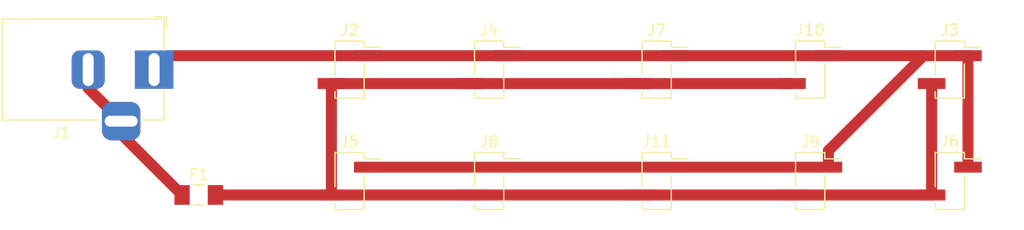
<source format=kicad_pcb>
(kicad_pcb (version 20171130) (host pcbnew 5.0.0-rc2-be01b52~65~ubuntu18.04.1)

  (general
    (thickness 1.6)
    (drawings 0)
    (tracks 32)
    (zones 0)
    (modules 12)
    (nets 4)
  )

  (page A4)
  (layers
    (0 F.Cu signal)
    (31 B.Cu signal)
    (32 B.Adhes user)
    (33 F.Adhes user)
    (34 B.Paste user)
    (35 F.Paste user)
    (36 B.SilkS user)
    (37 F.SilkS user)
    (38 B.Mask user)
    (39 F.Mask user)
    (40 Dwgs.User user)
    (41 Cmts.User user)
    (42 Eco1.User user)
    (43 Eco2.User user)
    (44 Edge.Cuts user)
    (45 Margin user)
    (46 B.CrtYd user)
    (47 F.CrtYd user)
    (48 B.Fab user)
    (49 F.Fab user)
  )

  (setup
    (last_trace_width 1)
    (trace_clearance 0.2)
    (zone_clearance 0.508)
    (zone_45_only no)
    (trace_min 0.2)
    (segment_width 0.2)
    (edge_width 0.15)
    (via_size 0.8)
    (via_drill 0.4)
    (via_min_size 0.4)
    (via_min_drill 0.3)
    (uvia_size 0.3)
    (uvia_drill 0.1)
    (uvias_allowed no)
    (uvia_min_size 0.2)
    (uvia_min_drill 0.1)
    (pcb_text_width 0.3)
    (pcb_text_size 1.5 1.5)
    (mod_edge_width 0.15)
    (mod_text_size 1 1)
    (mod_text_width 0.15)
    (pad_size 1.524 1.524)
    (pad_drill 0.762)
    (pad_to_mask_clearance 0.2)
    (aux_axis_origin 0 0)
    (visible_elements FFFFFF7F)
    (pcbplotparams
      (layerselection 0x010fc_ffffffff)
      (usegerberextensions false)
      (usegerberattributes false)
      (usegerberadvancedattributes false)
      (creategerberjobfile false)
      (excludeedgelayer true)
      (linewidth 0.100000)
      (plotframeref false)
      (viasonmask false)
      (mode 1)
      (useauxorigin false)
      (hpglpennumber 1)
      (hpglpenspeed 20)
      (hpglpendiameter 15)
      (psnegative false)
      (psa4output false)
      (plotreference true)
      (plotvalue true)
      (plotinvisibletext false)
      (padsonsilk false)
      (subtractmaskfromsilk false)
      (outputformat 1)
      (mirror false)
      (drillshape 1)
      (scaleselection 1)
      (outputdirectory ""))
  )

  (net 0 "")
  (net 1 "Net-(F1-Pad1)")
  (net 2 "Net-(F1-Pad2)")
  (net 3 "Net-(J1-Pad1)")

  (net_class Default "This is the default net class."
    (clearance 0.2)
    (trace_width 1)
    (via_dia 0.8)
    (via_drill 0.4)
    (uvia_dia 0.3)
    (uvia_drill 0.1)
    (add_net "Net-(F1-Pad1)")
    (add_net "Net-(F1-Pad2)")
    (add_net "Net-(J1-Pad1)")
  )

  (module Connector_BarrelJack:BarrelJack_Horizontal (layer F.Cu) (tedit 5A1DBF6A) (tstamp 5B26BE36)
    (at 27.94 60.96)
    (descr "DC Barrel Jack")
    (tags "Power Jack")
    (path /5B23E6DC)
    (fp_text reference J1 (at -8.45 5.75) (layer F.SilkS)
      (effects (font (size 1 1) (thickness 0.15)))
    )
    (fp_text value Barrel_Jack (at -6.2 -5.5) (layer F.Fab)
      (effects (font (size 1 1) (thickness 0.15)))
    )
    (fp_text user %R (at -3 -2.95) (layer F.Fab)
      (effects (font (size 1 1) (thickness 0.15)))
    )
    (fp_line (start -0.003213 -4.505425) (end 0.8 -3.75) (layer F.Fab) (width 0.1))
    (fp_line (start 1.1 -3.75) (end 1.1 -4.8) (layer F.SilkS) (width 0.12))
    (fp_line (start 0.05 -4.8) (end 1.1 -4.8) (layer F.SilkS) (width 0.12))
    (fp_line (start 1 -4.5) (end 1 -4.75) (layer F.CrtYd) (width 0.05))
    (fp_line (start 1 -4.75) (end -14 -4.75) (layer F.CrtYd) (width 0.05))
    (fp_line (start 1 -4.5) (end 1 -2) (layer F.CrtYd) (width 0.05))
    (fp_line (start 1 -2) (end 2 -2) (layer F.CrtYd) (width 0.05))
    (fp_line (start 2 -2) (end 2 2) (layer F.CrtYd) (width 0.05))
    (fp_line (start 2 2) (end 1 2) (layer F.CrtYd) (width 0.05))
    (fp_line (start 1 2) (end 1 4.75) (layer F.CrtYd) (width 0.05))
    (fp_line (start 1 4.75) (end -1 4.75) (layer F.CrtYd) (width 0.05))
    (fp_line (start -1 4.75) (end -1 6.75) (layer F.CrtYd) (width 0.05))
    (fp_line (start -1 6.75) (end -5 6.75) (layer F.CrtYd) (width 0.05))
    (fp_line (start -5 6.75) (end -5 4.75) (layer F.CrtYd) (width 0.05))
    (fp_line (start -5 4.75) (end -14 4.75) (layer F.CrtYd) (width 0.05))
    (fp_line (start -14 4.75) (end -14 -4.75) (layer F.CrtYd) (width 0.05))
    (fp_line (start -5 4.6) (end -13.8 4.6) (layer F.SilkS) (width 0.12))
    (fp_line (start -13.8 4.6) (end -13.8 -4.6) (layer F.SilkS) (width 0.12))
    (fp_line (start 0.9 1.9) (end 0.9 4.6) (layer F.SilkS) (width 0.12))
    (fp_line (start 0.9 4.6) (end -1 4.6) (layer F.SilkS) (width 0.12))
    (fp_line (start -13.8 -4.6) (end 0.9 -4.6) (layer F.SilkS) (width 0.12))
    (fp_line (start 0.9 -4.6) (end 0.9 -2) (layer F.SilkS) (width 0.12))
    (fp_line (start -10.2 -4.5) (end -10.2 4.5) (layer F.Fab) (width 0.1))
    (fp_line (start -13.7 -4.5) (end -13.7 4.5) (layer F.Fab) (width 0.1))
    (fp_line (start -13.7 4.5) (end 0.8 4.5) (layer F.Fab) (width 0.1))
    (fp_line (start 0.8 4.5) (end 0.8 -3.75) (layer F.Fab) (width 0.1))
    (fp_line (start 0 -4.5) (end -13.7 -4.5) (layer F.Fab) (width 0.1))
    (pad 1 thru_hole rect (at 0 0) (size 3.5 3.5) (drill oval 1 3) (layers *.Cu *.Mask)
      (net 3 "Net-(J1-Pad1)"))
    (pad 2 thru_hole roundrect (at -6 0) (size 3 3.5) (drill oval 1 3) (layers *.Cu *.Mask) (roundrect_rratio 0.25)
      (net 1 "Net-(F1-Pad1)"))
    (pad 3 thru_hole roundrect (at -3 4.7) (size 3.5 3.5) (drill oval 3 1) (layers *.Cu *.Mask) (roundrect_rratio 0.25)
      (net 1 "Net-(F1-Pad1)"))
    (model ${KISYS3DMOD}/Connector_BarrelJack.3dshapes/BarrelJack_Horizontal.wrl
      (at (xyz 0 0 0))
      (scale (xyz 1 1 1))
      (rotate (xyz 0 0 0))
    )
  )

  (module Fuse:Fuse_1206_3216Metric_Pad1.39x1.80mm_HandSolder (layer F.Cu) (tedit 5AC5DB75) (tstamp 5B24CF43)
    (at 31.9975 72.39)
    (descr "Fuse SMD 1206 (3216 Metric), square (rectangular) end terminal, IPC_7351 nominal with elongated pad for handsoldering. (Body size source: http://www.tortai-tech.com/upload/download/2011102023233369053.pdf), generated with kicad-footprint-generator")
    (tags "resistor handsolder")
    (path /5B241AD3)
    (attr smd)
    (fp_text reference F1 (at 0 -1.85) (layer F.SilkS)
      (effects (font (size 1 1) (thickness 0.15)))
    )
    (fp_text value Fuse_Small (at 0 1.85) (layer F.Fab)
      (effects (font (size 1 1) (thickness 0.15)))
    )
    (fp_line (start -1.6 0.8) (end -1.6 -0.8) (layer F.Fab) (width 0.1))
    (fp_line (start -1.6 -0.8) (end 1.6 -0.8) (layer F.Fab) (width 0.1))
    (fp_line (start 1.6 -0.8) (end 1.6 0.8) (layer F.Fab) (width 0.1))
    (fp_line (start 1.6 0.8) (end -1.6 0.8) (layer F.Fab) (width 0.1))
    (fp_line (start -0.5 -0.91) (end 0.5 -0.91) (layer F.SilkS) (width 0.12))
    (fp_line (start -0.5 0.91) (end 0.5 0.91) (layer F.SilkS) (width 0.12))
    (fp_line (start -2.46 1.15) (end -2.46 -1.15) (layer F.CrtYd) (width 0.05))
    (fp_line (start -2.46 -1.15) (end 2.46 -1.15) (layer F.CrtYd) (width 0.05))
    (fp_line (start 2.46 -1.15) (end 2.46 1.15) (layer F.CrtYd) (width 0.05))
    (fp_line (start 2.46 1.15) (end -2.46 1.15) (layer F.CrtYd) (width 0.05))
    (fp_text user %R (at 0 0) (layer F.Fab)
      (effects (font (size 0.8 0.8) (thickness 0.12)))
    )
    (pad 1 smd rect (at -1.5175 0) (size 1.395 1.8) (layers F.Cu F.Paste F.Mask)
      (net 1 "Net-(F1-Pad1)"))
    (pad 2 smd rect (at 1.5175 0) (size 1.395 1.8) (layers F.Cu F.Paste F.Mask)
      (net 2 "Net-(F1-Pad2)"))
    (model ${KISYS3DMOD}/Fuse.3dshapes/Fuse_1206_3216Metric.wrl
      (at (xyz 0 0 0))
      (scale (xyz 1 1 1))
      (rotate (xyz 0 0 0))
    )
  )

  (module Connector_PinHeader_2.54mm:PinHeader_1x02_P2.54mm_Vertical_SMD_Pin1Right (layer F.Cu) (tedit 59FED5CC) (tstamp 5B24CF60)
    (at 45.72 60.96)
    (descr "surface-mounted straight pin header, 1x02, 2.54mm pitch, single row, style 2 (pin 1 right)")
    (tags "Surface mounted pin header SMD 1x02 2.54mm single row style2 pin1 right")
    (path /5B23EC21)
    (attr smd)
    (fp_text reference J2 (at 0 -3.6) (layer F.SilkS)
      (effects (font (size 1 1) (thickness 0.15)))
    )
    (fp_text value Conn_01x02_Male (at 0 3.6) (layer F.Fab)
      (effects (font (size 1 1) (thickness 0.15)))
    )
    (fp_line (start 1.27 2.54) (end -1.27 2.54) (layer F.Fab) (width 0.1))
    (fp_line (start -1.27 -2.54) (end 0.32 -2.54) (layer F.Fab) (width 0.1))
    (fp_line (start 1.27 2.54) (end 1.27 -1.59) (layer F.Fab) (width 0.1))
    (fp_line (start 1.27 -1.59) (end 0.32 -2.54) (layer F.Fab) (width 0.1))
    (fp_line (start -1.27 -2.54) (end -1.27 2.54) (layer F.Fab) (width 0.1))
    (fp_line (start -1.27 0.95) (end -2.54 0.95) (layer F.Fab) (width 0.1))
    (fp_line (start -2.54 0.95) (end -2.54 1.59) (layer F.Fab) (width 0.1))
    (fp_line (start -2.54 1.59) (end -1.27 1.59) (layer F.Fab) (width 0.1))
    (fp_line (start 1.27 -1.59) (end 2.54 -1.59) (layer F.Fab) (width 0.1))
    (fp_line (start 2.54 -1.59) (end 2.54 -0.95) (layer F.Fab) (width 0.1))
    (fp_line (start 2.54 -0.95) (end 1.27 -0.95) (layer F.Fab) (width 0.1))
    (fp_line (start -1.33 -2.6) (end 1.33 -2.6) (layer F.SilkS) (width 0.12))
    (fp_line (start -1.33 2.6) (end 1.33 2.6) (layer F.SilkS) (width 0.12))
    (fp_line (start 1.33 -0.51) (end 1.33 2.6) (layer F.SilkS) (width 0.12))
    (fp_line (start -1.33 -2.6) (end -1.33 0.51) (layer F.SilkS) (width 0.12))
    (fp_line (start 1.33 -2.03) (end 2.85 -2.03) (layer F.SilkS) (width 0.12))
    (fp_line (start 1.33 -2.6) (end 1.33 -2.03) (layer F.SilkS) (width 0.12))
    (fp_line (start -1.33 2.03) (end -1.33 2.6) (layer F.SilkS) (width 0.12))
    (fp_line (start -3.45 -3.05) (end -3.45 3.05) (layer F.CrtYd) (width 0.05))
    (fp_line (start -3.45 3.05) (end 3.45 3.05) (layer F.CrtYd) (width 0.05))
    (fp_line (start 3.45 3.05) (end 3.45 -3.05) (layer F.CrtYd) (width 0.05))
    (fp_line (start 3.45 -3.05) (end -3.45 -3.05) (layer F.CrtYd) (width 0.05))
    (fp_text user %R (at 0 0 90) (layer F.Fab)
      (effects (font (size 1 1) (thickness 0.15)))
    )
    (pad 2 smd rect (at -1.655 1.27) (size 2.51 1) (layers F.Cu F.Paste F.Mask)
      (net 2 "Net-(F1-Pad2)"))
    (pad 1 smd rect (at 1.655 -1.27) (size 2.51 1) (layers F.Cu F.Paste F.Mask)
      (net 3 "Net-(J1-Pad1)"))
    (model ${KISYS3DMOD}/Connector_PinHeader_2.54mm.3dshapes/PinHeader_1x02_P2.54mm_Vertical_SMD_Pin1Right.wrl
      (at (xyz 0 0 0))
      (scale (xyz 1 1 1))
      (rotate (xyz 0 0 0))
    )
  )

  (module Connector_PinHeader_2.54mm:PinHeader_1x02_P2.54mm_Vertical_SMD_Pin1Right (layer F.Cu) (tedit 59FED5CC) (tstamp 5B26C170)
    (at 100.33 60.96)
    (descr "surface-mounted straight pin header, 1x02, 2.54mm pitch, single row, style 2 (pin 1 right)")
    (tags "Surface mounted pin header SMD 1x02 2.54mm single row style2 pin1 right")
    (path /5B23ECC3)
    (attr smd)
    (fp_text reference J3 (at 0 -3.6) (layer F.SilkS)
      (effects (font (size 1 1) (thickness 0.15)))
    )
    (fp_text value Conn_01x02_Male (at 0 3.6) (layer F.Fab)
      (effects (font (size 1 1) (thickness 0.15)))
    )
    (fp_text user %R (at 0 0 90) (layer F.Fab)
      (effects (font (size 1 1) (thickness 0.15)))
    )
    (fp_line (start 3.45 -3.05) (end -3.45 -3.05) (layer F.CrtYd) (width 0.05))
    (fp_line (start 3.45 3.05) (end 3.45 -3.05) (layer F.CrtYd) (width 0.05))
    (fp_line (start -3.45 3.05) (end 3.45 3.05) (layer F.CrtYd) (width 0.05))
    (fp_line (start -3.45 -3.05) (end -3.45 3.05) (layer F.CrtYd) (width 0.05))
    (fp_line (start -1.33 2.03) (end -1.33 2.6) (layer F.SilkS) (width 0.12))
    (fp_line (start 1.33 -2.6) (end 1.33 -2.03) (layer F.SilkS) (width 0.12))
    (fp_line (start 1.33 -2.03) (end 2.85 -2.03) (layer F.SilkS) (width 0.12))
    (fp_line (start -1.33 -2.6) (end -1.33 0.51) (layer F.SilkS) (width 0.12))
    (fp_line (start 1.33 -0.51) (end 1.33 2.6) (layer F.SilkS) (width 0.12))
    (fp_line (start -1.33 2.6) (end 1.33 2.6) (layer F.SilkS) (width 0.12))
    (fp_line (start -1.33 -2.6) (end 1.33 -2.6) (layer F.SilkS) (width 0.12))
    (fp_line (start 2.54 -0.95) (end 1.27 -0.95) (layer F.Fab) (width 0.1))
    (fp_line (start 2.54 -1.59) (end 2.54 -0.95) (layer F.Fab) (width 0.1))
    (fp_line (start 1.27 -1.59) (end 2.54 -1.59) (layer F.Fab) (width 0.1))
    (fp_line (start -2.54 1.59) (end -1.27 1.59) (layer F.Fab) (width 0.1))
    (fp_line (start -2.54 0.95) (end -2.54 1.59) (layer F.Fab) (width 0.1))
    (fp_line (start -1.27 0.95) (end -2.54 0.95) (layer F.Fab) (width 0.1))
    (fp_line (start -1.27 -2.54) (end -1.27 2.54) (layer F.Fab) (width 0.1))
    (fp_line (start 1.27 -1.59) (end 0.32 -2.54) (layer F.Fab) (width 0.1))
    (fp_line (start 1.27 2.54) (end 1.27 -1.59) (layer F.Fab) (width 0.1))
    (fp_line (start -1.27 -2.54) (end 0.32 -2.54) (layer F.Fab) (width 0.1))
    (fp_line (start 1.27 2.54) (end -1.27 2.54) (layer F.Fab) (width 0.1))
    (pad 1 smd rect (at 1.655 -1.27) (size 2.51 1) (layers F.Cu F.Paste F.Mask)
      (net 3 "Net-(J1-Pad1)"))
    (pad 2 smd rect (at -1.655 1.27) (size 2.51 1) (layers F.Cu F.Paste F.Mask)
      (net 2 "Net-(F1-Pad2)"))
    (model ${KISYS3DMOD}/Connector_PinHeader_2.54mm.3dshapes/PinHeader_1x02_P2.54mm_Vertical_SMD_Pin1Right.wrl
      (at (xyz 0 0 0))
      (scale (xyz 1 1 1))
      (rotate (xyz 0 0 0))
    )
  )

  (module Connector_PinHeader_2.54mm:PinHeader_1x02_P2.54mm_Vertical_SMD_Pin1Right (layer F.Cu) (tedit 59FED5CC) (tstamp 5B24CF9A)
    (at 58.42 60.96)
    (descr "surface-mounted straight pin header, 1x02, 2.54mm pitch, single row, style 2 (pin 1 right)")
    (tags "Surface mounted pin header SMD 1x02 2.54mm single row style2 pin1 right")
    (path /5B23ECDE)
    (attr smd)
    (fp_text reference J4 (at 0 -3.6) (layer F.SilkS)
      (effects (font (size 1 1) (thickness 0.15)))
    )
    (fp_text value Conn_01x02_Male (at 0 3.6) (layer F.Fab)
      (effects (font (size 1 1) (thickness 0.15)))
    )
    (fp_line (start 1.27 2.54) (end -1.27 2.54) (layer F.Fab) (width 0.1))
    (fp_line (start -1.27 -2.54) (end 0.32 -2.54) (layer F.Fab) (width 0.1))
    (fp_line (start 1.27 2.54) (end 1.27 -1.59) (layer F.Fab) (width 0.1))
    (fp_line (start 1.27 -1.59) (end 0.32 -2.54) (layer F.Fab) (width 0.1))
    (fp_line (start -1.27 -2.54) (end -1.27 2.54) (layer F.Fab) (width 0.1))
    (fp_line (start -1.27 0.95) (end -2.54 0.95) (layer F.Fab) (width 0.1))
    (fp_line (start -2.54 0.95) (end -2.54 1.59) (layer F.Fab) (width 0.1))
    (fp_line (start -2.54 1.59) (end -1.27 1.59) (layer F.Fab) (width 0.1))
    (fp_line (start 1.27 -1.59) (end 2.54 -1.59) (layer F.Fab) (width 0.1))
    (fp_line (start 2.54 -1.59) (end 2.54 -0.95) (layer F.Fab) (width 0.1))
    (fp_line (start 2.54 -0.95) (end 1.27 -0.95) (layer F.Fab) (width 0.1))
    (fp_line (start -1.33 -2.6) (end 1.33 -2.6) (layer F.SilkS) (width 0.12))
    (fp_line (start -1.33 2.6) (end 1.33 2.6) (layer F.SilkS) (width 0.12))
    (fp_line (start 1.33 -0.51) (end 1.33 2.6) (layer F.SilkS) (width 0.12))
    (fp_line (start -1.33 -2.6) (end -1.33 0.51) (layer F.SilkS) (width 0.12))
    (fp_line (start 1.33 -2.03) (end 2.85 -2.03) (layer F.SilkS) (width 0.12))
    (fp_line (start 1.33 -2.6) (end 1.33 -2.03) (layer F.SilkS) (width 0.12))
    (fp_line (start -1.33 2.03) (end -1.33 2.6) (layer F.SilkS) (width 0.12))
    (fp_line (start -3.45 -3.05) (end -3.45 3.05) (layer F.CrtYd) (width 0.05))
    (fp_line (start -3.45 3.05) (end 3.45 3.05) (layer F.CrtYd) (width 0.05))
    (fp_line (start 3.45 3.05) (end 3.45 -3.05) (layer F.CrtYd) (width 0.05))
    (fp_line (start 3.45 -3.05) (end -3.45 -3.05) (layer F.CrtYd) (width 0.05))
    (fp_text user %R (at 0 0 90) (layer F.Fab)
      (effects (font (size 1 1) (thickness 0.15)))
    )
    (pad 2 smd rect (at -1.655 1.27) (size 2.51 1) (layers F.Cu F.Paste F.Mask)
      (net 2 "Net-(F1-Pad2)"))
    (pad 1 smd rect (at 1.655 -1.27) (size 2.51 1) (layers F.Cu F.Paste F.Mask)
      (net 3 "Net-(J1-Pad1)"))
    (model ${KISYS3DMOD}/Connector_PinHeader_2.54mm.3dshapes/PinHeader_1x02_P2.54mm_Vertical_SMD_Pin1Right.wrl
      (at (xyz 0 0 0))
      (scale (xyz 1 1 1))
      (rotate (xyz 0 0 0))
    )
  )

  (module Connector_PinHeader_2.54mm:PinHeader_1x02_P2.54mm_Vertical_SMD_Pin1Right (layer F.Cu) (tedit 59FED5CC) (tstamp 5B24CFB7)
    (at 45.72 71.12)
    (descr "surface-mounted straight pin header, 1x02, 2.54mm pitch, single row, style 2 (pin 1 right)")
    (tags "Surface mounted pin header SMD 1x02 2.54mm single row style2 pin1 right")
    (path /5B23ED5B)
    (attr smd)
    (fp_text reference J5 (at 0 -3.6) (layer F.SilkS)
      (effects (font (size 1 1) (thickness 0.15)))
    )
    (fp_text value Conn_01x02_Male (at 0 3.6) (layer F.Fab)
      (effects (font (size 1 1) (thickness 0.15)))
    )
    (fp_text user %R (at 1.972143 1.0725 90) (layer F.Fab)
      (effects (font (size 1 1) (thickness 0.15)))
    )
    (fp_line (start 3.45 -3.05) (end -3.45 -3.05) (layer F.CrtYd) (width 0.05))
    (fp_line (start 3.45 3.05) (end 3.45 -3.05) (layer F.CrtYd) (width 0.05))
    (fp_line (start -3.45 3.05) (end 3.45 3.05) (layer F.CrtYd) (width 0.05))
    (fp_line (start -3.45 -3.05) (end -3.45 3.05) (layer F.CrtYd) (width 0.05))
    (fp_line (start -1.33 2.03) (end -1.33 2.6) (layer F.SilkS) (width 0.12))
    (fp_line (start 1.33 -2.6) (end 1.33 -2.03) (layer F.SilkS) (width 0.12))
    (fp_line (start 1.33 -2.03) (end 2.85 -2.03) (layer F.SilkS) (width 0.12))
    (fp_line (start -1.33 -2.6) (end -1.33 0.51) (layer F.SilkS) (width 0.12))
    (fp_line (start 1.33 -0.51) (end 1.33 2.6) (layer F.SilkS) (width 0.12))
    (fp_line (start -1.33 2.6) (end 1.33 2.6) (layer F.SilkS) (width 0.12))
    (fp_line (start -1.33 -2.6) (end 1.33 -2.6) (layer F.SilkS) (width 0.12))
    (fp_line (start 2.54 -0.95) (end 1.27 -0.95) (layer F.Fab) (width 0.1))
    (fp_line (start 2.54 -1.59) (end 2.54 -0.95) (layer F.Fab) (width 0.1))
    (fp_line (start 1.27 -1.59) (end 2.54 -1.59) (layer F.Fab) (width 0.1))
    (fp_line (start -2.54 1.59) (end -1.27 1.59) (layer F.Fab) (width 0.1))
    (fp_line (start -2.54 0.95) (end -2.54 1.59) (layer F.Fab) (width 0.1))
    (fp_line (start -1.27 0.95) (end -2.54 0.95) (layer F.Fab) (width 0.1))
    (fp_line (start -1.27 -2.54) (end -1.27 2.54) (layer F.Fab) (width 0.1))
    (fp_line (start 1.27 -1.59) (end 0.32 -2.54) (layer F.Fab) (width 0.1))
    (fp_line (start 1.27 2.54) (end 1.27 -1.59) (layer F.Fab) (width 0.1))
    (fp_line (start -1.27 -2.54) (end 0.32 -2.54) (layer F.Fab) (width 0.1))
    (fp_line (start 1.27 2.54) (end -1.27 2.54) (layer F.Fab) (width 0.1))
    (pad 1 smd rect (at 1.655 -1.27) (size 2.51 1) (layers F.Cu F.Paste F.Mask)
      (net 3 "Net-(J1-Pad1)"))
    (pad 2 smd rect (at -1.655 1.27) (size 2.51 1) (layers F.Cu F.Paste F.Mask)
      (net 2 "Net-(F1-Pad2)"))
    (model ${KISYS3DMOD}/Connector_PinHeader_2.54mm.3dshapes/PinHeader_1x02_P2.54mm_Vertical_SMD_Pin1Right.wrl
      (at (xyz 0 0 0))
      (scale (xyz 1 1 1))
      (rotate (xyz 0 0 0))
    )
  )

  (module Connector_PinHeader_2.54mm:PinHeader_1x02_P2.54mm_Vertical_SMD_Pin1Right (layer F.Cu) (tedit 59FED5CC) (tstamp 5B24CFD4)
    (at 100.33 71.12)
    (descr "surface-mounted straight pin header, 1x02, 2.54mm pitch, single row, style 2 (pin 1 right)")
    (tags "Surface mounted pin header SMD 1x02 2.54mm single row style2 pin1 right")
    (path /5B23ED7A)
    (attr smd)
    (fp_text reference J6 (at 0 -3.6) (layer F.SilkS)
      (effects (font (size 1 1) (thickness 0.15)))
    )
    (fp_text value Conn_01x02_Male (at 0 3.6) (layer F.Fab)
      (effects (font (size 1 1) (thickness 0.15)))
    )
    (fp_line (start 1.27 2.54) (end -1.27 2.54) (layer F.Fab) (width 0.1))
    (fp_line (start -1.27 -2.54) (end 0.32 -2.54) (layer F.Fab) (width 0.1))
    (fp_line (start 1.27 2.54) (end 1.27 -1.59) (layer F.Fab) (width 0.1))
    (fp_line (start 1.27 -1.59) (end 0.32 -2.54) (layer F.Fab) (width 0.1))
    (fp_line (start -1.27 -2.54) (end -1.27 2.54) (layer F.Fab) (width 0.1))
    (fp_line (start -1.27 0.95) (end -2.54 0.95) (layer F.Fab) (width 0.1))
    (fp_line (start -2.54 0.95) (end -2.54 1.59) (layer F.Fab) (width 0.1))
    (fp_line (start -2.54 1.59) (end -1.27 1.59) (layer F.Fab) (width 0.1))
    (fp_line (start 1.27 -1.59) (end 2.54 -1.59) (layer F.Fab) (width 0.1))
    (fp_line (start 2.54 -1.59) (end 2.54 -0.95) (layer F.Fab) (width 0.1))
    (fp_line (start 2.54 -0.95) (end 1.27 -0.95) (layer F.Fab) (width 0.1))
    (fp_line (start -1.33 -2.6) (end 1.33 -2.6) (layer F.SilkS) (width 0.12))
    (fp_line (start -1.33 2.6) (end 1.33 2.6) (layer F.SilkS) (width 0.12))
    (fp_line (start 1.33 -0.51) (end 1.33 2.6) (layer F.SilkS) (width 0.12))
    (fp_line (start -1.33 -2.6) (end -1.33 0.51) (layer F.SilkS) (width 0.12))
    (fp_line (start 1.33 -2.03) (end 2.85 -2.03) (layer F.SilkS) (width 0.12))
    (fp_line (start 1.33 -2.6) (end 1.33 -2.03) (layer F.SilkS) (width 0.12))
    (fp_line (start -1.33 2.03) (end -1.33 2.6) (layer F.SilkS) (width 0.12))
    (fp_line (start -3.45 -3.05) (end -3.45 3.05) (layer F.CrtYd) (width 0.05))
    (fp_line (start -3.45 3.05) (end 3.45 3.05) (layer F.CrtYd) (width 0.05))
    (fp_line (start 3.45 3.05) (end 3.45 -3.05) (layer F.CrtYd) (width 0.05))
    (fp_line (start 3.45 -3.05) (end -3.45 -3.05) (layer F.CrtYd) (width 0.05))
    (fp_text user %R (at 0 0 90) (layer F.Fab)
      (effects (font (size 1 1) (thickness 0.15)))
    )
    (pad 2 smd rect (at -1.655 1.27) (size 2.51 1) (layers F.Cu F.Paste F.Mask)
      (net 2 "Net-(F1-Pad2)"))
    (pad 1 smd rect (at 1.655 -1.27) (size 2.51 1) (layers F.Cu F.Paste F.Mask)
      (net 3 "Net-(J1-Pad1)"))
    (model ${KISYS3DMOD}/Connector_PinHeader_2.54mm.3dshapes/PinHeader_1x02_P2.54mm_Vertical_SMD_Pin1Right.wrl
      (at (xyz 0 0 0))
      (scale (xyz 1 1 1))
      (rotate (xyz 0 0 0))
    )
  )

  (module Connector_PinHeader_2.54mm:PinHeader_1x02_P2.54mm_Vertical_SMD_Pin1Right (layer F.Cu) (tedit 59FED5CC) (tstamp 5B24CFF1)
    (at 73.66 60.96)
    (descr "surface-mounted straight pin header, 1x02, 2.54mm pitch, single row, style 2 (pin 1 right)")
    (tags "Surface mounted pin header SMD 1x02 2.54mm single row style2 pin1 right")
    (path /5B23ED95)
    (attr smd)
    (fp_text reference J7 (at 0 -3.6) (layer F.SilkS)
      (effects (font (size 1 1) (thickness 0.15)))
    )
    (fp_text value Conn_01x02_Male (at 0 3.6) (layer F.Fab)
      (effects (font (size 1 1) (thickness 0.15)))
    )
    (fp_text user %R (at 0 0 90) (layer F.Fab)
      (effects (font (size 1 1) (thickness 0.15)))
    )
    (fp_line (start 3.45 -3.05) (end -3.45 -3.05) (layer F.CrtYd) (width 0.05))
    (fp_line (start 3.45 3.05) (end 3.45 -3.05) (layer F.CrtYd) (width 0.05))
    (fp_line (start -3.45 3.05) (end 3.45 3.05) (layer F.CrtYd) (width 0.05))
    (fp_line (start -3.45 -3.05) (end -3.45 3.05) (layer F.CrtYd) (width 0.05))
    (fp_line (start -1.33 2.03) (end -1.33 2.6) (layer F.SilkS) (width 0.12))
    (fp_line (start 1.33 -2.6) (end 1.33 -2.03) (layer F.SilkS) (width 0.12))
    (fp_line (start 1.33 -2.03) (end 2.85 -2.03) (layer F.SilkS) (width 0.12))
    (fp_line (start -1.33 -2.6) (end -1.33 0.51) (layer F.SilkS) (width 0.12))
    (fp_line (start 1.33 -0.51) (end 1.33 2.6) (layer F.SilkS) (width 0.12))
    (fp_line (start -1.33 2.6) (end 1.33 2.6) (layer F.SilkS) (width 0.12))
    (fp_line (start -1.33 -2.6) (end 1.33 -2.6) (layer F.SilkS) (width 0.12))
    (fp_line (start 2.54 -0.95) (end 1.27 -0.95) (layer F.Fab) (width 0.1))
    (fp_line (start 2.54 -1.59) (end 2.54 -0.95) (layer F.Fab) (width 0.1))
    (fp_line (start 1.27 -1.59) (end 2.54 -1.59) (layer F.Fab) (width 0.1))
    (fp_line (start -2.54 1.59) (end -1.27 1.59) (layer F.Fab) (width 0.1))
    (fp_line (start -2.54 0.95) (end -2.54 1.59) (layer F.Fab) (width 0.1))
    (fp_line (start -1.27 0.95) (end -2.54 0.95) (layer F.Fab) (width 0.1))
    (fp_line (start -1.27 -2.54) (end -1.27 2.54) (layer F.Fab) (width 0.1))
    (fp_line (start 1.27 -1.59) (end 0.32 -2.54) (layer F.Fab) (width 0.1))
    (fp_line (start 1.27 2.54) (end 1.27 -1.59) (layer F.Fab) (width 0.1))
    (fp_line (start -1.27 -2.54) (end 0.32 -2.54) (layer F.Fab) (width 0.1))
    (fp_line (start 1.27 2.54) (end -1.27 2.54) (layer F.Fab) (width 0.1))
    (pad 1 smd rect (at 1.655 -1.27) (size 2.51 1) (layers F.Cu F.Paste F.Mask)
      (net 3 "Net-(J1-Pad1)"))
    (pad 2 smd rect (at -1.655 1.27) (size 2.51 1) (layers F.Cu F.Paste F.Mask)
      (net 2 "Net-(F1-Pad2)"))
    (model ${KISYS3DMOD}/Connector_PinHeader_2.54mm.3dshapes/PinHeader_1x02_P2.54mm_Vertical_SMD_Pin1Right.wrl
      (at (xyz 0 0 0))
      (scale (xyz 1 1 1))
      (rotate (xyz 0 0 0))
    )
  )

  (module Connector_PinHeader_2.54mm:PinHeader_1x02_P2.54mm_Vertical_SMD_Pin1Right (layer F.Cu) (tedit 59FED5CC) (tstamp 5B24D00E)
    (at 58.42 71.12)
    (descr "surface-mounted straight pin header, 1x02, 2.54mm pitch, single row, style 2 (pin 1 right)")
    (tags "Surface mounted pin header SMD 1x02 2.54mm single row style2 pin1 right")
    (path /5B23EE7A)
    (attr smd)
    (fp_text reference J8 (at 0 -3.6) (layer F.SilkS)
      (effects (font (size 1 1) (thickness 0.15)))
    )
    (fp_text value Conn_01x02_Male (at 0 3.6) (layer F.Fab)
      (effects (font (size 1 1) (thickness 0.15)))
    )
    (fp_line (start 1.27 2.54) (end -1.27 2.54) (layer F.Fab) (width 0.1))
    (fp_line (start -1.27 -2.54) (end 0.32 -2.54) (layer F.Fab) (width 0.1))
    (fp_line (start 1.27 2.54) (end 1.27 -1.59) (layer F.Fab) (width 0.1))
    (fp_line (start 1.27 -1.59) (end 0.32 -2.54) (layer F.Fab) (width 0.1))
    (fp_line (start -1.27 -2.54) (end -1.27 2.54) (layer F.Fab) (width 0.1))
    (fp_line (start -1.27 0.95) (end -2.54 0.95) (layer F.Fab) (width 0.1))
    (fp_line (start -2.54 0.95) (end -2.54 1.59) (layer F.Fab) (width 0.1))
    (fp_line (start -2.54 1.59) (end -1.27 1.59) (layer F.Fab) (width 0.1))
    (fp_line (start 1.27 -1.59) (end 2.54 -1.59) (layer F.Fab) (width 0.1))
    (fp_line (start 2.54 -1.59) (end 2.54 -0.95) (layer F.Fab) (width 0.1))
    (fp_line (start 2.54 -0.95) (end 1.27 -0.95) (layer F.Fab) (width 0.1))
    (fp_line (start -1.33 -2.6) (end 1.33 -2.6) (layer F.SilkS) (width 0.12))
    (fp_line (start -1.33 2.6) (end 1.33 2.6) (layer F.SilkS) (width 0.12))
    (fp_line (start 1.33 -0.51) (end 1.33 2.6) (layer F.SilkS) (width 0.12))
    (fp_line (start -1.33 -2.6) (end -1.33 0.51) (layer F.SilkS) (width 0.12))
    (fp_line (start 1.33 -2.03) (end 2.85 -2.03) (layer F.SilkS) (width 0.12))
    (fp_line (start 1.33 -2.6) (end 1.33 -2.03) (layer F.SilkS) (width 0.12))
    (fp_line (start -1.33 2.03) (end -1.33 2.6) (layer F.SilkS) (width 0.12))
    (fp_line (start -3.45 -3.05) (end -3.45 3.05) (layer F.CrtYd) (width 0.05))
    (fp_line (start -3.45 3.05) (end 3.45 3.05) (layer F.CrtYd) (width 0.05))
    (fp_line (start 3.45 3.05) (end 3.45 -3.05) (layer F.CrtYd) (width 0.05))
    (fp_line (start 3.45 -3.05) (end -3.45 -3.05) (layer F.CrtYd) (width 0.05))
    (fp_text user %R (at 0 0 90) (layer F.Fab)
      (effects (font (size 1 1) (thickness 0.15)))
    )
    (pad 2 smd rect (at -1.655 1.27) (size 2.51 1) (layers F.Cu F.Paste F.Mask)
      (net 2 "Net-(F1-Pad2)"))
    (pad 1 smd rect (at 1.655 -1.27) (size 2.51 1) (layers F.Cu F.Paste F.Mask)
      (net 3 "Net-(J1-Pad1)"))
    (model ${KISYS3DMOD}/Connector_PinHeader_2.54mm.3dshapes/PinHeader_1x02_P2.54mm_Vertical_SMD_Pin1Right.wrl
      (at (xyz 0 0 0))
      (scale (xyz 1 1 1))
      (rotate (xyz 0 0 0))
    )
  )

  (module Connector_PinHeader_2.54mm:PinHeader_1x02_P2.54mm_Vertical_SMD_Pin1Right (layer F.Cu) (tedit 59FED5CC) (tstamp 5B24D02B)
    (at 87.63 71.12)
    (descr "surface-mounted straight pin header, 1x02, 2.54mm pitch, single row, style 2 (pin 1 right)")
    (tags "Surface mounted pin header SMD 1x02 2.54mm single row style2 pin1 right")
    (path /5B23EF29)
    (attr smd)
    (fp_text reference J9 (at 0 -3.6) (layer F.SilkS)
      (effects (font (size 1 1) (thickness 0.15)))
    )
    (fp_text value Conn_01x02_Male (at 0 3.6) (layer F.Fab)
      (effects (font (size 1 1) (thickness 0.15)))
    )
    (fp_text user %R (at 0 0 90) (layer F.Fab)
      (effects (font (size 1 1) (thickness 0.15)))
    )
    (fp_line (start 3.45 -3.05) (end -3.45 -3.05) (layer F.CrtYd) (width 0.05))
    (fp_line (start 3.45 3.05) (end 3.45 -3.05) (layer F.CrtYd) (width 0.05))
    (fp_line (start -3.45 3.05) (end 3.45 3.05) (layer F.CrtYd) (width 0.05))
    (fp_line (start -3.45 -3.05) (end -3.45 3.05) (layer F.CrtYd) (width 0.05))
    (fp_line (start -1.33 2.03) (end -1.33 2.6) (layer F.SilkS) (width 0.12))
    (fp_line (start 1.33 -2.6) (end 1.33 -2.03) (layer F.SilkS) (width 0.12))
    (fp_line (start 1.33 -2.03) (end 2.85 -2.03) (layer F.SilkS) (width 0.12))
    (fp_line (start -1.33 -2.6) (end -1.33 0.51) (layer F.SilkS) (width 0.12))
    (fp_line (start 1.33 -0.51) (end 1.33 2.6) (layer F.SilkS) (width 0.12))
    (fp_line (start -1.33 2.6) (end 1.33 2.6) (layer F.SilkS) (width 0.12))
    (fp_line (start -1.33 -2.6) (end 1.33 -2.6) (layer F.SilkS) (width 0.12))
    (fp_line (start 2.54 -0.95) (end 1.27 -0.95) (layer F.Fab) (width 0.1))
    (fp_line (start 2.54 -1.59) (end 2.54 -0.95) (layer F.Fab) (width 0.1))
    (fp_line (start 1.27 -1.59) (end 2.54 -1.59) (layer F.Fab) (width 0.1))
    (fp_line (start -2.54 1.59) (end -1.27 1.59) (layer F.Fab) (width 0.1))
    (fp_line (start -2.54 0.95) (end -2.54 1.59) (layer F.Fab) (width 0.1))
    (fp_line (start -1.27 0.95) (end -2.54 0.95) (layer F.Fab) (width 0.1))
    (fp_line (start -1.27 -2.54) (end -1.27 2.54) (layer F.Fab) (width 0.1))
    (fp_line (start 1.27 -1.59) (end 0.32 -2.54) (layer F.Fab) (width 0.1))
    (fp_line (start 1.27 2.54) (end 1.27 -1.59) (layer F.Fab) (width 0.1))
    (fp_line (start -1.27 -2.54) (end 0.32 -2.54) (layer F.Fab) (width 0.1))
    (fp_line (start 1.27 2.54) (end -1.27 2.54) (layer F.Fab) (width 0.1))
    (pad 1 smd rect (at 1.655 -1.27) (size 2.51 1) (layers F.Cu F.Paste F.Mask)
      (net 3 "Net-(J1-Pad1)"))
    (pad 2 smd rect (at -1.655 1.27) (size 2.51 1) (layers F.Cu F.Paste F.Mask)
      (net 2 "Net-(F1-Pad2)"))
    (model ${KISYS3DMOD}/Connector_PinHeader_2.54mm.3dshapes/PinHeader_1x02_P2.54mm_Vertical_SMD_Pin1Right.wrl
      (at (xyz 0 0 0))
      (scale (xyz 1 1 1))
      (rotate (xyz 0 0 0))
    )
  )

  (module Connector_PinHeader_2.54mm:PinHeader_1x02_P2.54mm_Vertical_SMD_Pin1Right (layer F.Cu) (tedit 59FED5CC) (tstamp 5B24D048)
    (at 87.63 60.96)
    (descr "surface-mounted straight pin header, 1x02, 2.54mm pitch, single row, style 2 (pin 1 right)")
    (tags "Surface mounted pin header SMD 1x02 2.54mm single row style2 pin1 right")
    (path /5B23EF54)
    (attr smd)
    (fp_text reference J10 (at 0 -3.6) (layer F.SilkS)
      (effects (font (size 1 1) (thickness 0.15)))
    )
    (fp_text value Conn_01x02_Male (at 0 3.6) (layer F.Fab)
      (effects (font (size 1 1) (thickness 0.15)))
    )
    (fp_line (start 1.27 2.54) (end -1.27 2.54) (layer F.Fab) (width 0.1))
    (fp_line (start -1.27 -2.54) (end 0.32 -2.54) (layer F.Fab) (width 0.1))
    (fp_line (start 1.27 2.54) (end 1.27 -1.59) (layer F.Fab) (width 0.1))
    (fp_line (start 1.27 -1.59) (end 0.32 -2.54) (layer F.Fab) (width 0.1))
    (fp_line (start -1.27 -2.54) (end -1.27 2.54) (layer F.Fab) (width 0.1))
    (fp_line (start -1.27 0.95) (end -2.54 0.95) (layer F.Fab) (width 0.1))
    (fp_line (start -2.54 0.95) (end -2.54 1.59) (layer F.Fab) (width 0.1))
    (fp_line (start -2.54 1.59) (end -1.27 1.59) (layer F.Fab) (width 0.1))
    (fp_line (start 1.27 -1.59) (end 2.54 -1.59) (layer F.Fab) (width 0.1))
    (fp_line (start 2.54 -1.59) (end 2.54 -0.95) (layer F.Fab) (width 0.1))
    (fp_line (start 2.54 -0.95) (end 1.27 -0.95) (layer F.Fab) (width 0.1))
    (fp_line (start -1.33 -2.6) (end 1.33 -2.6) (layer F.SilkS) (width 0.12))
    (fp_line (start -1.33 2.6) (end 1.33 2.6) (layer F.SilkS) (width 0.12))
    (fp_line (start 1.33 -0.51) (end 1.33 2.6) (layer F.SilkS) (width 0.12))
    (fp_line (start -1.33 -2.6) (end -1.33 0.51) (layer F.SilkS) (width 0.12))
    (fp_line (start 1.33 -2.03) (end 2.85 -2.03) (layer F.SilkS) (width 0.12))
    (fp_line (start 1.33 -2.6) (end 1.33 -2.03) (layer F.SilkS) (width 0.12))
    (fp_line (start -1.33 2.03) (end -1.33 2.6) (layer F.SilkS) (width 0.12))
    (fp_line (start -3.45 -3.05) (end -3.45 3.05) (layer F.CrtYd) (width 0.05))
    (fp_line (start -3.45 3.05) (end 3.45 3.05) (layer F.CrtYd) (width 0.05))
    (fp_line (start 3.45 3.05) (end 3.45 -3.05) (layer F.CrtYd) (width 0.05))
    (fp_line (start 3.45 -3.05) (end -3.45 -3.05) (layer F.CrtYd) (width 0.05))
    (fp_text user %R (at 0 0 90) (layer F.Fab)
      (effects (font (size 1 1) (thickness 0.15)))
    )
    (pad 2 smd rect (at -1.655 1.27) (size 2.51 1) (layers F.Cu F.Paste F.Mask)
      (net 2 "Net-(F1-Pad2)"))
    (pad 1 smd rect (at 1.655 -1.27) (size 2.51 1) (layers F.Cu F.Paste F.Mask)
      (net 3 "Net-(J1-Pad1)"))
    (model ${KISYS3DMOD}/Connector_PinHeader_2.54mm.3dshapes/PinHeader_1x02_P2.54mm_Vertical_SMD_Pin1Right.wrl
      (at (xyz 0 0 0))
      (scale (xyz 1 1 1))
      (rotate (xyz 0 0 0))
    )
  )

  (module Connector_PinHeader_2.54mm:PinHeader_1x02_P2.54mm_Vertical_SMD_Pin1Right (layer F.Cu) (tedit 59FED5CC) (tstamp 5B24D065)
    (at 73.66 71.12)
    (descr "surface-mounted straight pin header, 1x02, 2.54mm pitch, single row, style 2 (pin 1 right)")
    (tags "Surface mounted pin header SMD 1x02 2.54mm single row style2 pin1 right")
    (path /5B23EF7B)
    (attr smd)
    (fp_text reference J11 (at 0 -3.6) (layer F.SilkS)
      (effects (font (size 1 1) (thickness 0.15)))
    )
    (fp_text value Conn_01x02_Male (at 0 3.6) (layer F.Fab)
      (effects (font (size 1 1) (thickness 0.15)))
    )
    (fp_text user %R (at 0 0 90) (layer F.Fab)
      (effects (font (size 1 1) (thickness 0.15)))
    )
    (fp_line (start 3.45 -3.05) (end -3.45 -3.05) (layer F.CrtYd) (width 0.05))
    (fp_line (start 3.45 3.05) (end 3.45 -3.05) (layer F.CrtYd) (width 0.05))
    (fp_line (start -3.45 3.05) (end 3.45 3.05) (layer F.CrtYd) (width 0.05))
    (fp_line (start -3.45 -3.05) (end -3.45 3.05) (layer F.CrtYd) (width 0.05))
    (fp_line (start -1.33 2.03) (end -1.33 2.6) (layer F.SilkS) (width 0.12))
    (fp_line (start 1.33 -2.6) (end 1.33 -2.03) (layer F.SilkS) (width 0.12))
    (fp_line (start 1.33 -2.03) (end 2.85 -2.03) (layer F.SilkS) (width 0.12))
    (fp_line (start -1.33 -2.6) (end -1.33 0.51) (layer F.SilkS) (width 0.12))
    (fp_line (start 1.33 -0.51) (end 1.33 2.6) (layer F.SilkS) (width 0.12))
    (fp_line (start -1.33 2.6) (end 1.33 2.6) (layer F.SilkS) (width 0.12))
    (fp_line (start -1.33 -2.6) (end 1.33 -2.6) (layer F.SilkS) (width 0.12))
    (fp_line (start 2.54 -0.95) (end 1.27 -0.95) (layer F.Fab) (width 0.1))
    (fp_line (start 2.54 -1.59) (end 2.54 -0.95) (layer F.Fab) (width 0.1))
    (fp_line (start 1.27 -1.59) (end 2.54 -1.59) (layer F.Fab) (width 0.1))
    (fp_line (start -2.54 1.59) (end -1.27 1.59) (layer F.Fab) (width 0.1))
    (fp_line (start -2.54 0.95) (end -2.54 1.59) (layer F.Fab) (width 0.1))
    (fp_line (start -1.27 0.95) (end -2.54 0.95) (layer F.Fab) (width 0.1))
    (fp_line (start -1.27 -2.54) (end -1.27 2.54) (layer F.Fab) (width 0.1))
    (fp_line (start 1.27 -1.59) (end 0.32 -2.54) (layer F.Fab) (width 0.1))
    (fp_line (start 1.27 2.54) (end 1.27 -1.59) (layer F.Fab) (width 0.1))
    (fp_line (start -1.27 -2.54) (end 0.32 -2.54) (layer F.Fab) (width 0.1))
    (fp_line (start 1.27 2.54) (end -1.27 2.54) (layer F.Fab) (width 0.1))
    (pad 1 smd rect (at 1.655 -1.27) (size 2.51 1) (layers F.Cu F.Paste F.Mask)
      (net 3 "Net-(J1-Pad1)"))
    (pad 2 smd rect (at -1.655 1.27) (size 2.51 1) (layers F.Cu F.Paste F.Mask)
      (net 2 "Net-(F1-Pad2)"))
    (model ${KISYS3DMOD}/Connector_PinHeader_2.54mm.3dshapes/PinHeader_1x02_P2.54mm_Vertical_SMD_Pin1Right.wrl
      (at (xyz 0 0 0))
      (scale (xyz 1 1 1))
      (rotate (xyz 0 0 0))
    )
  )

  (segment (start 24.94 66.85) (end 30.48 72.39) (width 1) (layer F.Cu) (net 1))
  (segment (start 24.94 65.66) (end 24.94 66.85) (width 1) (layer F.Cu) (net 1))
  (segment (start 21.94 62.66) (end 24.94 65.66) (width 1) (layer F.Cu) (net 1))
  (segment (start 21.94 60.96) (end 21.94 62.66) (width 1) (layer F.Cu) (net 1))
  (segment (start 33.515 72.39) (end 43.18 72.39) (width 1) (layer F.Cu) (net 2))
  (segment (start 43.18 72.39) (end 44.065 72.39) (width 1) (layer F.Cu) (net 2))
  (segment (start 44.065 72.39) (end 56.765 72.39) (width 1) (layer F.Cu) (net 2))
  (segment (start 56.765 72.39) (end 72.005 72.39) (width 1) (layer F.Cu) (net 2))
  (segment (start 72.005 72.39) (end 85.975 72.39) (width 1) (layer F.Cu) (net 2))
  (segment (start 85.975 72.39) (end 98.675 72.39) (width 1) (layer F.Cu) (net 2))
  (segment (start 98.675 72.39) (end 98.675 62.23) (width 1) (layer F.Cu) (net 2))
  (segment (start 85.975 62.23) (end 72.005 62.23) (width 1) (layer F.Cu) (net 2))
  (segment (start 69.75 62.23) (end 56.765 62.23) (width 1) (layer F.Cu) (net 2))
  (segment (start 72.005 62.23) (end 69.75 62.23) (width 1) (layer F.Cu) (net 2))
  (segment (start 56.765 62.23) (end 44.065 62.23) (width 1) (layer F.Cu) (net 2))
  (segment (start 44.065 62.23) (end 44.065 72.39) (width 1) (layer F.Cu) (net 2))
  (segment (start 101.985 69.85) (end 101.985 59.69) (width 1) (layer F.Cu) (net 3))
  (segment (start 89.285 59.69) (end 75.315 59.69) (width 1) (layer F.Cu) (net 3))
  (segment (start 75.315 59.69) (end 60.075 59.69) (width 1) (layer F.Cu) (net 3))
  (segment (start 60.075 59.69) (end 47.375 59.69) (width 1) (layer F.Cu) (net 3))
  (segment (start 29.21 59.69) (end 27.94 60.96) (width 1) (layer F.Cu) (net 3))
  (segment (start 47.375 59.69) (end 29.21 59.69) (width 1) (layer F.Cu) (net 3))
  (segment (start 49.63 69.85) (end 60.075 69.85) (width 1) (layer F.Cu) (net 3))
  (segment (start 47.375 69.85) (end 49.63 69.85) (width 1) (layer F.Cu) (net 3))
  (segment (start 62.33 69.85) (end 75.315 69.85) (width 1) (layer F.Cu) (net 3))
  (segment (start 60.075 69.85) (end 62.33 69.85) (width 1) (layer F.Cu) (net 3))
  (segment (start 75.315 69.85) (end 89.285 69.85) (width 1) (layer F.Cu) (net 3))
  (segment (start 89.285 68.35) (end 97.79 59.845) (width 1) (layer F.Cu) (net 3))
  (segment (start 89.285 69.85) (end 89.285 68.35) (width 1) (layer F.Cu) (net 3))
  (segment (start 101.985 59.69) (end 97.79 59.69) (width 1) (layer F.Cu) (net 3))
  (segment (start 97.79 59.845) (end 97.79 59.69) (width 1) (layer F.Cu) (net 3))
  (segment (start 97.79 59.69) (end 89.285 59.69) (width 1) (layer F.Cu) (net 3))

)

</source>
